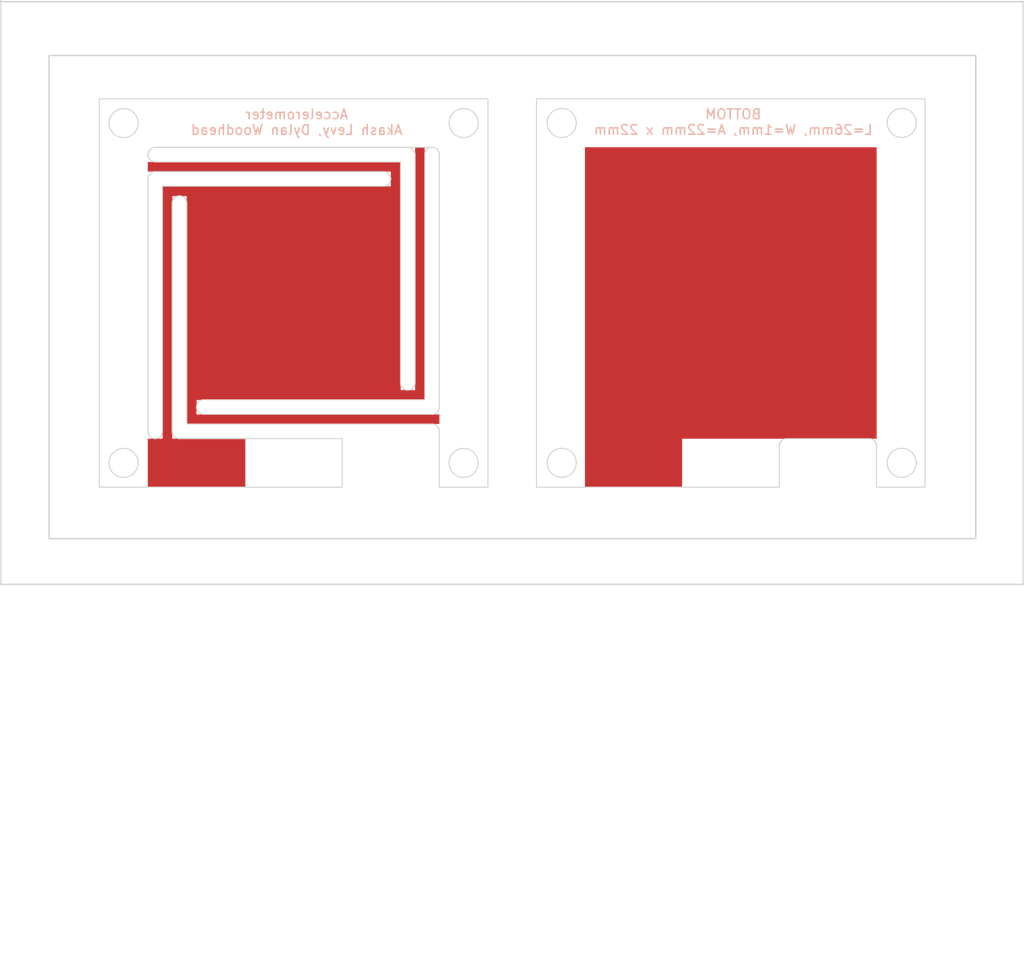
<source format=kicad_pcb>
(kicad_pcb (version 20171130) (host pcbnew "(5.1.4-0-10_14)")

  (general
    (thickness 1.6)
    (drawings 669)
    (tracks 0)
    (zones 0)
    (modules 2)
    (nets 1)
  )

  (page A4)
  (layers
    (0 F.Cu signal)
    (31 B.Cu signal)
    (32 B.Adhes user)
    (33 F.Adhes user)
    (34 B.Paste user)
    (35 F.Paste user)
    (36 B.SilkS user)
    (37 F.SilkS user)
    (38 B.Mask user)
    (39 F.Mask user)
    (40 Dwgs.User user)
    (41 Cmts.User user)
    (42 Eco1.User user)
    (43 Eco2.User user)
    (44 Edge.Cuts user)
    (45 Margin user)
    (46 B.CrtYd user)
    (47 F.CrtYd user)
    (48 B.Fab user)
    (49 F.Fab user)
  )

  (setup
    (last_trace_width 0.25)
    (trace_clearance 0.2)
    (zone_clearance 0.508)
    (zone_45_only no)
    (trace_min 0.2)
    (via_size 0.6)
    (via_drill 0.4)
    (via_min_size 0.4)
    (via_min_drill 0.3)
    (uvia_size 0.3)
    (uvia_drill 0.1)
    (uvias_allowed no)
    (uvia_min_size 0.2)
    (uvia_min_drill 0.1)
    (edge_width 0.15)
    (segment_width 0.2)
    (pcb_text_width 0.3)
    (pcb_text_size 1.5 1.5)
    (mod_edge_width 0.15)
    (mod_text_size 1 1)
    (mod_text_width 0.15)
    (pad_size 1.524 1.524)
    (pad_drill 0.762)
    (pad_to_mask_clearance 0.2)
    (aux_axis_origin 0 0)
    (visible_elements FFFFFF7F)
    (pcbplotparams
      (layerselection 0x010f0_80000001)
      (usegerberextensions false)
      (usegerberattributes false)
      (usegerberadvancedattributes false)
      (creategerberjobfile false)
      (excludeedgelayer true)
      (linewidth 0.100000)
      (plotframeref false)
      (viasonmask false)
      (mode 1)
      (useauxorigin false)
      (hpglpennumber 1)
      (hpglpenspeed 20)
      (hpglpendiameter 15.000000)
      (psnegative false)
      (psa4output false)
      (plotreference true)
      (plotvalue true)
      (plotinvisibletext false)
      (padsonsilk false)
      (subtractmaskfromsilk false)
      (outputformat 1)
      (mirror false)
      (drillshape 1)
      (scaleselection 1)
      (outputdirectory "gerbers/"))
  )

  (net 0 "")

  (net_class Default "This is the default net class."
    (clearance 0.2)
    (trace_width 0.25)
    (via_dia 0.6)
    (via_drill 0.4)
    (uvia_dia 0.3)
    (uvia_drill 0.1)
  )

  (module LOGO (layer F.Cu) (tedit 0) (tstamp 0)
    (at 0 0)
    (fp_text reference G*** (at 0 0) (layer F.SilkS) hide
      (effects (font (size 1.524 1.524) (thickness 0.3)))
    )
    (fp_text value LOGO (at 0.75 0) (layer F.SilkS) hide
      (effects (font (size 1.524 1.524) (thickness 0.3)))
    )
    (fp_poly (pts (xy -56.515 -59.012817) (xy -68.251917 -59.002159) (xy -79.988833 -58.9915) (xy -80.000394 -58.240083)
      (xy -80.011954 -57.488667) (xy -54.991 -57.488667) (xy -54.991 -56.515) (xy -80.983516 -56.515)
      (xy -80.994175 -68.251917) (xy -81.004833 -79.988833) (xy -82.4865 -79.988833) (xy -82.497154 -67.489917)
      (xy -82.507808 -54.991) (xy -74.972333 -54.991) (xy -74.972333 -49.995667) (xy -85.005333 -49.995667)
      (xy -85.005333 -54.991) (xy -83.481333 -54.991) (xy -83.481333 -80.983667) (xy -59.986333 -80.983667)
      (xy -59.986333 -82.507667) (xy -85.005333 -82.507667) (xy -85.005333 -83.481333) (xy -72.009075 -83.481334)
      (xy -59.012817 -83.481334) (xy -59.002159 -71.744417) (xy -58.9915 -60.0075) (xy -58.240083 -59.99594)
      (xy -57.488667 -59.98438) (xy -57.488667 -85.005333) (xy -56.515 -85.005333) (xy -56.515 -59.012817)) (layer F.Cu) (width 0.01))
    (fp_poly (pts (xy -9.990667 -54.991) (xy -30.014333 -54.991) (xy -30.014333 -49.995667) (xy -40.005 -49.995667)
      (xy -40.005 -85.005333) (xy -9.990667 -85.005333) (xy -9.990667 -54.991)) (layer F.Cu) (width 0.01))
  )

  (module LOGO (layer F.Cu) (tedit 0) (tstamp 0)
    (at 0 0)
    (fp_text reference G*** (at 0 0) (layer F.SilkS) hide
      (effects (font (size 1.524 1.524) (thickness 0.3)))
    )
    (fp_text value LOGO (at 0.75 0) (layer F.SilkS) hide
      (effects (font (size 1.524 1.524) (thickness 0.3)))
    )
    (fp_poly (pts (xy -56.515 -59.012817) (xy -68.251917 -59.002159) (xy -79.988833 -58.9915) (xy -80.000394 -58.240083)
      (xy -80.011954 -57.488667) (xy -54.991 -57.488667) (xy -54.991 -56.515) (xy -80.983516 -56.515)
      (xy -80.994175 -68.251917) (xy -81.004833 -79.988833) (xy -82.4865 -79.988833) (xy -82.497154 -67.489917)
      (xy -82.507808 -54.991) (xy -74.972333 -54.991) (xy -74.972333 -49.995667) (xy -85.005333 -49.995667)
      (xy -85.005333 -54.991) (xy -83.481333 -54.991) (xy -83.481333 -80.983667) (xy -59.986333 -80.983667)
      (xy -59.986333 -82.507667) (xy -85.005333 -82.507667) (xy -85.005333 -83.481333) (xy -72.009075 -83.481334)
      (xy -59.012817 -83.481334) (xy -59.002159 -71.744417) (xy -58.9915 -60.0075) (xy -58.240083 -59.99594)
      (xy -57.488667 -59.98438) (xy -57.488667 -85.005333) (xy -56.515 -85.005333) (xy -56.515 -59.012817)) (layer F.Mask) (width 0.01))
    (fp_poly (pts (xy -9.990667 -54.991) (xy -30.014333 -54.991) (xy -30.014333 -49.995667) (xy -40.005 -49.995667)
      (xy -40.005 -85.005333) (xy -9.990667 -85.005333) (xy -9.990667 -54.991)) (layer F.Mask) (width 0.01))
  )

  (gr_line (start -88.03 -57.02) (end -96.74 -57.02) (layer Eco1.User) (width 0.15))
  (gr_line (start -87.97 -77.96) (end -97.72 -77.96) (layer Eco1.User) (width 0.15))
  (gr_line (start -7.44 -57.72) (end 2.68 -57.72) (layer Eco1.User) (width 0.15))
  (gr_line (start -6.74 -77.11) (end 2.54 -77.11) (layer Eco1.User) (width 0.15))
  (gr_line (start -51.99 -76.97) (end -42.86 -76.97) (layer Eco1.User) (width 0.15))
  (gr_line (start -42.15 -57.72) (end -51.99 -57.72) (layer Eco1.User) (width 0.15))
  (gr_text "BOTTOM\nL=26mm, W=1mm, A=22mm x 22mm" (at -24.75 -87.61) (layer B.SilkS)
    (effects (font (size 1 1) (thickness 0.15)) (justify mirror))
  )
  (gr_line (start -95.17 -44.7) (end -95.17 -94.46) (layer Edge.Cuts) (width 0.15))
  (gr_line (start 0.22 -44.7) (end -95.17 -44.7) (layer Edge.Cuts) (width 0.15))
  (gr_line (start 0.22 -94.46) (end 0.22 -44.7) (layer Edge.Cuts) (width 0.15))
  (gr_line (start -94.93 -94.46) (end 0.22 -94.46) (layer Edge.Cuts) (width 0.15))
  (gr_line (start -100.15 -100.1) (end -100.15 -99.9) (layer Edge.Cuts) (width 0.15))
  (gr_line (start -100.15 -39.99) (end -100.15 -100.1) (layer Edge.Cuts) (width 0.15))
  (gr_line (start 5.11 -39.99) (end -100.15 -39.99) (layer Edge.Cuts) (width 0.15))
  (gr_line (start 5.11 -100) (end 5.11 -39.99) (layer Edge.Cuts) (width 0.15))
  (gr_line (start -100 -100) (end 5.11 -100) (layer Edge.Cuts) (width 0.15))
  (gr_text "Accelerometer\nAkash Levy, Dylan Woodhead\n" (at -69.68 -87.6) (layer B.SilkS)
    (effects (font (size 1 1) (thickness 0.15)) (justify mirror))
  )
  (gr_line (start -5.899998 -52.51) (end -5.899998 -52.51) (layer Edge.Cuts) (width 0.1) (tstamp 5DA09264))
  (gr_line (start -5.899998 -52.51) (end -5.899998 -52.51) (layer Edge.Cuts) (width 0.1) (tstamp 5DA09263))
  (gr_line (start -5.929086 -52.804002) (end -5.899998 -52.51) (layer Edge.Cuts) (width 0.1) (tstamp 5DA09262))
  (gr_line (start -6.014179 -53.084025) (end -5.929086 -52.804002) (layer Edge.Cuts) (width 0.1) (tstamp 5DA09261))
  (gr_line (start -6.152016 -53.342201) (end -6.014179 -53.084025) (layer Edge.Cuts) (width 0.1) (tstamp 5DA09260))
  (gr_line (start -6.339338 -53.57066) (end -6.152016 -53.342201) (layer Edge.Cuts) (width 0.1) (tstamp 5DA0925F))
  (gr_line (start -6.567797 -53.757982) (end -6.339338 -53.57066) (layer Edge.Cuts) (width 0.1) (tstamp 5DA0925E))
  (gr_line (start -6.825973 -53.895819) (end -6.567797 -53.757982) (layer Edge.Cuts) (width 0.1) (tstamp 5DA0925D))
  (gr_line (start -7.105996 -53.980912) (end -6.825973 -53.895819) (layer Edge.Cuts) (width 0.1) (tstamp 5DA0925C))
  (gr_line (start -7.399998 -54.01) (end -7.105996 -53.980912) (layer Edge.Cuts) (width 0.1) (tstamp 5DA0925B))
  (gr_line (start -7.694 -53.980912) (end -7.399998 -54.01) (layer Edge.Cuts) (width 0.1) (tstamp 5DA0925A))
  (gr_line (start -7.974023 -53.895819) (end -7.694 -53.980912) (layer Edge.Cuts) (width 0.1) (tstamp 5DA09259))
  (gr_line (start -8.232199 -53.757982) (end -7.974023 -53.895819) (layer Edge.Cuts) (width 0.1) (tstamp 5DA09258))
  (gr_line (start -8.460658 -53.57066) (end -8.232199 -53.757982) (layer Edge.Cuts) (width 0.1) (tstamp 5DA09257))
  (gr_line (start -8.64798 -53.342201) (end -8.460658 -53.57066) (layer Edge.Cuts) (width 0.1) (tstamp 5DA09256))
  (gr_line (start -8.785817 -53.084025) (end -8.64798 -53.342201) (layer Edge.Cuts) (width 0.1) (tstamp 5DA09255))
  (gr_line (start -8.87091 -52.804002) (end -8.785817 -53.084025) (layer Edge.Cuts) (width 0.1) (tstamp 5DA09254))
  (gr_line (start -8.899998 -52.51) (end -8.87091 -52.804002) (layer Edge.Cuts) (width 0.1) (tstamp 5DA09253))
  (gr_line (start -8.87091 -52.215998) (end -8.899998 -52.51) (layer Edge.Cuts) (width 0.1) (tstamp 5DA09252))
  (gr_line (start -8.785817 -51.935975) (end -8.87091 -52.215998) (layer Edge.Cuts) (width 0.1) (tstamp 5DA09251))
  (gr_line (start -8.64798 -51.677799) (end -8.785817 -51.935975) (layer Edge.Cuts) (width 0.1) (tstamp 5DA09250))
  (gr_line (start -8.460658 -51.44934) (end -8.64798 -51.677799) (layer Edge.Cuts) (width 0.1) (tstamp 5DA0924F))
  (gr_line (start -8.232199 -51.262018) (end -8.460658 -51.44934) (layer Edge.Cuts) (width 0.1) (tstamp 5DA0924E))
  (gr_line (start -7.974023 -51.124181) (end -8.232199 -51.262018) (layer Edge.Cuts) (width 0.1) (tstamp 5DA0924D))
  (gr_line (start -7.694 -51.039088) (end -7.974023 -51.124181) (layer Edge.Cuts) (width 0.1) (tstamp 5DA0924C))
  (gr_line (start -7.399998 -51.01) (end -7.694 -51.039088) (layer Edge.Cuts) (width 0.1) (tstamp 5DA0924B))
  (gr_line (start -7.105996 -51.039088) (end -7.399998 -51.01) (layer Edge.Cuts) (width 0.1) (tstamp 5DA0924A))
  (gr_line (start -6.825973 -51.124181) (end -7.105996 -51.039088) (layer Edge.Cuts) (width 0.1) (tstamp 5DA09249))
  (gr_line (start -6.567797 -51.262018) (end -6.825973 -51.124181) (layer Edge.Cuts) (width 0.1) (tstamp 5DA09248))
  (gr_line (start -6.339338 -51.44934) (end -6.567797 -51.262018) (layer Edge.Cuts) (width 0.1) (tstamp 5DA09247))
  (gr_line (start -6.152016 -51.677799) (end -6.339338 -51.44934) (layer Edge.Cuts) (width 0.1) (tstamp 5DA09246))
  (gr_line (start -6.014179 -51.935975) (end -6.152016 -51.677799) (layer Edge.Cuts) (width 0.1) (tstamp 5DA09245))
  (gr_line (start -5.929086 -52.215998) (end -6.014179 -51.935975) (layer Edge.Cuts) (width 0.1) (tstamp 5DA09244))
  (gr_line (start -5.899998 -52.51) (end -5.929086 -52.215998) (layer Edge.Cuts) (width 0.1) (tstamp 5DA09243))
  (gr_line (start -5.899998 -87.51) (end -5.899998 -87.51) (layer Edge.Cuts) (width 0.1) (tstamp 5DA09242))
  (gr_line (start -5.899998 -87.51) (end -5.899998 -87.51) (layer Edge.Cuts) (width 0.1) (tstamp 5DA09241))
  (gr_line (start -5.929086 -87.804002) (end -5.899998 -87.51) (layer Edge.Cuts) (width 0.1) (tstamp 5DA09240))
  (gr_line (start -6.014179 -88.084025) (end -5.929086 -87.804002) (layer Edge.Cuts) (width 0.1) (tstamp 5DA0923F))
  (gr_line (start -6.152016 -88.342201) (end -6.014179 -88.084025) (layer Edge.Cuts) (width 0.1) (tstamp 5DA0923E))
  (gr_line (start -6.339338 -88.57066) (end -6.152016 -88.342201) (layer Edge.Cuts) (width 0.1) (tstamp 5DA0923D))
  (gr_line (start -6.567797 -88.757982) (end -6.339338 -88.57066) (layer Edge.Cuts) (width 0.1) (tstamp 5DA0923C))
  (gr_line (start -6.825973 -88.895819) (end -6.567797 -88.757982) (layer Edge.Cuts) (width 0.1) (tstamp 5DA0923B))
  (gr_line (start -7.105996 -88.980912) (end -6.825973 -88.895819) (layer Edge.Cuts) (width 0.1) (tstamp 5DA0923A))
  (gr_line (start -7.399998 -89.01) (end -7.105996 -88.980912) (layer Edge.Cuts) (width 0.1) (tstamp 5DA09239))
  (gr_line (start -7.694 -88.980912) (end -7.399998 -89.01) (layer Edge.Cuts) (width 0.1) (tstamp 5DA09238))
  (gr_line (start -7.974023 -88.895819) (end -7.694 -88.980912) (layer Edge.Cuts) (width 0.1) (tstamp 5DA09237))
  (gr_line (start -8.232199 -88.757982) (end -7.974023 -88.895819) (layer Edge.Cuts) (width 0.1) (tstamp 5DA09236))
  (gr_line (start -8.460658 -88.57066) (end -8.232199 -88.757982) (layer Edge.Cuts) (width 0.1) (tstamp 5DA09235))
  (gr_line (start -8.64798 -88.342201) (end -8.460658 -88.57066) (layer Edge.Cuts) (width 0.1) (tstamp 5DA09234))
  (gr_line (start -8.785817 -88.084025) (end -8.64798 -88.342201) (layer Edge.Cuts) (width 0.1) (tstamp 5DA09233))
  (gr_line (start -8.87091 -87.804002) (end -8.785817 -88.084025) (layer Edge.Cuts) (width 0.1) (tstamp 5DA09232))
  (gr_line (start -8.899998 -87.51) (end -8.87091 -87.804002) (layer Edge.Cuts) (width 0.1) (tstamp 5DA09231))
  (gr_line (start -8.87091 -87.215998) (end -8.899998 -87.51) (layer Edge.Cuts) (width 0.1) (tstamp 5DA09230))
  (gr_line (start -8.785817 -86.935975) (end -8.87091 -87.215998) (layer Edge.Cuts) (width 0.1) (tstamp 5DA0922F))
  (gr_line (start -8.64798 -86.677799) (end -8.785817 -86.935975) (layer Edge.Cuts) (width 0.1) (tstamp 5DA0922E))
  (gr_line (start -8.460658 -86.44934) (end -8.64798 -86.677799) (layer Edge.Cuts) (width 0.1) (tstamp 5DA0922D))
  (gr_line (start -8.232199 -86.262018) (end -8.460658 -86.44934) (layer Edge.Cuts) (width 0.1) (tstamp 5DA0922C))
  (gr_line (start -7.974023 -86.124181) (end -8.232199 -86.262018) (layer Edge.Cuts) (width 0.1) (tstamp 5DA0922B))
  (gr_line (start -7.694 -86.039088) (end -7.974023 -86.124181) (layer Edge.Cuts) (width 0.1) (tstamp 5DA0922A))
  (gr_line (start -7.399998 -86.01) (end -7.694 -86.039088) (layer Edge.Cuts) (width 0.1) (tstamp 5DA09229))
  (gr_line (start -7.105996 -86.039088) (end -7.399998 -86.01) (layer Edge.Cuts) (width 0.1) (tstamp 5DA09228))
  (gr_line (start -6.825973 -86.124181) (end -7.105996 -86.039088) (layer Edge.Cuts) (width 0.1) (tstamp 5DA09227))
  (gr_line (start -6.567797 -86.262018) (end -6.825973 -86.124181) (layer Edge.Cuts) (width 0.1) (tstamp 5DA09226))
  (gr_line (start -6.339338 -86.44934) (end -6.567797 -86.262018) (layer Edge.Cuts) (width 0.1) (tstamp 5DA09225))
  (gr_line (start -6.152016 -86.677799) (end -6.339338 -86.44934) (layer Edge.Cuts) (width 0.1) (tstamp 5DA09224))
  (gr_line (start -6.014179 -86.935975) (end -6.152016 -86.677799) (layer Edge.Cuts) (width 0.1) (tstamp 5DA09223))
  (gr_line (start -5.929086 -87.215998) (end -6.014179 -86.935975) (layer Edge.Cuts) (width 0.1) (tstamp 5DA09222))
  (gr_line (start -5.899998 -87.51) (end -5.929086 -87.215998) (layer Edge.Cuts) (width 0.1) (tstamp 5DA09221))
  (gr_line (start -40.9 -52.51) (end -40.9 -52.51) (layer Edge.Cuts) (width 0.1) (tstamp 5DA09220))
  (gr_line (start -40.9 -52.51) (end -40.9 -52.51) (layer Edge.Cuts) (width 0.1) (tstamp 5DA0921F))
  (gr_line (start -40.929088 -52.804002) (end -40.9 -52.51) (layer Edge.Cuts) (width 0.1) (tstamp 5DA0921E))
  (gr_line (start -41.014181 -53.084025) (end -40.929088 -52.804002) (layer Edge.Cuts) (width 0.1) (tstamp 5DA0921D))
  (gr_line (start -41.152018 -53.342201) (end -41.014181 -53.084025) (layer Edge.Cuts) (width 0.1) (tstamp 5DA0921C))
  (gr_line (start -41.33934 -53.57066) (end -41.152018 -53.342201) (layer Edge.Cuts) (width 0.1) (tstamp 5DA0921B))
  (gr_line (start -41.567799 -53.757982) (end -41.33934 -53.57066) (layer Edge.Cuts) (width 0.1) (tstamp 5DA0921A))
  (gr_line (start -41.825975 -53.895819) (end -41.567799 -53.757982) (layer Edge.Cuts) (width 0.1) (tstamp 5DA09219))
  (gr_line (start -42.105998 -53.980912) (end -41.825975 -53.895819) (layer Edge.Cuts) (width 0.1) (tstamp 5DA09218))
  (gr_line (start -42.4 -54.01) (end -42.105998 -53.980912) (layer Edge.Cuts) (width 0.1) (tstamp 5DA09217))
  (gr_line (start -42.694002 -53.980912) (end -42.4 -54.01) (layer Edge.Cuts) (width 0.1) (tstamp 5DA09216))
  (gr_line (start -42.974025 -53.895819) (end -42.694002 -53.980912) (layer Edge.Cuts) (width 0.1) (tstamp 5DA09215))
  (gr_line (start -43.232201 -53.757982) (end -42.974025 -53.895819) (layer Edge.Cuts) (width 0.1) (tstamp 5DA09214))
  (gr_line (start -43.46066 -53.57066) (end -43.232201 -53.757982) (layer Edge.Cuts) (width 0.1) (tstamp 5DA09213))
  (gr_line (start -43.647982 -53.342201) (end -43.46066 -53.57066) (layer Edge.Cuts) (width 0.1) (tstamp 5DA09212))
  (gr_line (start -43.785819 -53.084025) (end -43.647982 -53.342201) (layer Edge.Cuts) (width 0.1) (tstamp 5DA09211))
  (gr_line (start -43.870912 -52.804002) (end -43.785819 -53.084025) (layer Edge.Cuts) (width 0.1) (tstamp 5DA09210))
  (gr_line (start -43.9 -52.51) (end -43.870912 -52.804002) (layer Edge.Cuts) (width 0.1) (tstamp 5DA0920F))
  (gr_line (start -43.870912 -52.215998) (end -43.9 -52.51) (layer Edge.Cuts) (width 0.1) (tstamp 5DA0920E))
  (gr_line (start -43.785819 -51.935975) (end -43.870912 -52.215998) (layer Edge.Cuts) (width 0.1) (tstamp 5DA0920D))
  (gr_line (start -43.647982 -51.677799) (end -43.785819 -51.935975) (layer Edge.Cuts) (width 0.1) (tstamp 5DA0920C))
  (gr_line (start -43.46066 -51.44934) (end -43.647982 -51.677799) (layer Edge.Cuts) (width 0.1) (tstamp 5DA0920B))
  (gr_line (start -43.232201 -51.262018) (end -43.46066 -51.44934) (layer Edge.Cuts) (width 0.1) (tstamp 5DA0920A))
  (gr_line (start -42.974025 -51.124181) (end -43.232201 -51.262018) (layer Edge.Cuts) (width 0.1) (tstamp 5DA09209))
  (gr_line (start -42.694002 -51.039088) (end -42.974025 -51.124181) (layer Edge.Cuts) (width 0.1) (tstamp 5DA09208))
  (gr_line (start -42.4 -51.01) (end -42.694002 -51.039088) (layer Edge.Cuts) (width 0.1) (tstamp 5DA09207))
  (gr_line (start -42.105998 -51.039088) (end -42.4 -51.01) (layer Edge.Cuts) (width 0.1) (tstamp 5DA09206))
  (gr_line (start -41.825975 -51.124181) (end -42.105998 -51.039088) (layer Edge.Cuts) (width 0.1) (tstamp 5DA09205))
  (gr_line (start -41.567799 -51.262018) (end -41.825975 -51.124181) (layer Edge.Cuts) (width 0.1) (tstamp 5DA09204))
  (gr_line (start -41.33934 -51.44934) (end -41.567799 -51.262018) (layer Edge.Cuts) (width 0.1) (tstamp 5DA09203))
  (gr_line (start -41.152018 -51.677799) (end -41.33934 -51.44934) (layer Edge.Cuts) (width 0.1) (tstamp 5DA09202))
  (gr_line (start -41.014181 -51.935975) (end -41.152018 -51.677799) (layer Edge.Cuts) (width 0.1) (tstamp 5DA09201))
  (gr_line (start -40.929088 -52.215998) (end -41.014181 -51.935975) (layer Edge.Cuts) (width 0.1) (tstamp 5DA09200))
  (gr_line (start -40.9 -52.51) (end -40.929088 -52.215998) (layer Edge.Cuts) (width 0.1) (tstamp 5DA091FF))
  (gr_line (start -40.9 -87.51) (end -40.9 -87.51) (layer Edge.Cuts) (width 0.1) (tstamp 5DA091FE))
  (gr_line (start -40.9 -87.51) (end -40.9 -87.51) (layer Edge.Cuts) (width 0.1) (tstamp 5DA091FD))
  (gr_line (start -40.929088 -87.804002) (end -40.9 -87.51) (layer Edge.Cuts) (width 0.1) (tstamp 5DA091FC))
  (gr_line (start -41.014181 -88.084025) (end -40.929088 -87.804002) (layer Edge.Cuts) (width 0.1) (tstamp 5DA091FB))
  (gr_line (start -41.152018 -88.342201) (end -41.014181 -88.084025) (layer Edge.Cuts) (width 0.1) (tstamp 5DA091FA))
  (gr_line (start -41.33934 -88.57066) (end -41.152018 -88.342201) (layer Edge.Cuts) (width 0.1) (tstamp 5DA091F9))
  (gr_line (start -41.567799 -88.757982) (end -41.33934 -88.57066) (layer Edge.Cuts) (width 0.1) (tstamp 5DA091F8))
  (gr_line (start -41.825975 -88.895819) (end -41.567799 -88.757982) (layer Edge.Cuts) (width 0.1) (tstamp 5DA091F7))
  (gr_line (start -42.105998 -88.980912) (end -41.825975 -88.895819) (layer Edge.Cuts) (width 0.1) (tstamp 5DA091F6))
  (gr_line (start -42.4 -89.01) (end -42.105998 -88.980912) (layer Edge.Cuts) (width 0.1) (tstamp 5DA091F5))
  (gr_line (start -42.694002 -88.980912) (end -42.4 -89.01) (layer Edge.Cuts) (width 0.1) (tstamp 5DA091F4))
  (gr_line (start -42.974025 -88.895819) (end -42.694002 -88.980912) (layer Edge.Cuts) (width 0.1) (tstamp 5DA091F3))
  (gr_line (start -43.232201 -88.757982) (end -42.974025 -88.895819) (layer Edge.Cuts) (width 0.1) (tstamp 5DA091F2))
  (gr_line (start -43.46066 -88.57066) (end -43.232201 -88.757982) (layer Edge.Cuts) (width 0.1) (tstamp 5DA091F1))
  (gr_line (start -43.647982 -88.342201) (end -43.46066 -88.57066) (layer Edge.Cuts) (width 0.1) (tstamp 5DA091F0))
  (gr_line (start -43.785819 -88.084025) (end -43.647982 -88.342201) (layer Edge.Cuts) (width 0.1) (tstamp 5DA091EF))
  (gr_line (start -43.870912 -87.804002) (end -43.785819 -88.084025) (layer Edge.Cuts) (width 0.1) (tstamp 5DA091EE))
  (gr_line (start -43.9 -87.51) (end -43.870912 -87.804002) (layer Edge.Cuts) (width 0.1) (tstamp 5DA091ED))
  (gr_line (start -43.870912 -87.215998) (end -43.9 -87.51) (layer Edge.Cuts) (width 0.1) (tstamp 5DA091EC))
  (gr_line (start -43.785819 -86.935975) (end -43.870912 -87.215998) (layer Edge.Cuts) (width 0.1) (tstamp 5DA091EB))
  (gr_line (start -43.647982 -86.677799) (end -43.785819 -86.935975) (layer Edge.Cuts) (width 0.1) (tstamp 5DA091EA))
  (gr_line (start -43.46066 -86.44934) (end -43.647982 -86.677799) (layer Edge.Cuts) (width 0.1) (tstamp 5DA091E9))
  (gr_line (start -43.232201 -86.262018) (end -43.46066 -86.44934) (layer Edge.Cuts) (width 0.1) (tstamp 5DA091E8))
  (gr_line (start -42.974025 -86.124181) (end -43.232201 -86.262018) (layer Edge.Cuts) (width 0.1) (tstamp 5DA091E7))
  (gr_line (start -42.694002 -86.039088) (end -42.974025 -86.124181) (layer Edge.Cuts) (width 0.1) (tstamp 5DA091E6))
  (gr_line (start -42.4 -86.01) (end -42.694002 -86.039088) (layer Edge.Cuts) (width 0.1) (tstamp 5DA091E5))
  (gr_line (start -42.105998 -86.039088) (end -42.4 -86.01) (layer Edge.Cuts) (width 0.1) (tstamp 5DA091E4))
  (gr_line (start -41.825975 -86.124181) (end -42.105998 -86.039088) (layer Edge.Cuts) (width 0.1) (tstamp 5DA091E3))
  (gr_line (start -41.567799 -86.262018) (end -41.825975 -86.124181) (layer Edge.Cuts) (width 0.1) (tstamp 5DA091E2))
  (gr_line (start -40.9 -87.51) (end -40.929088 -87.215998) (layer Edge.Cuts) (width 0.1) (tstamp 5DA091E1))
  (gr_line (start -41.014181 -86.935975) (end -41.152018 -86.677799) (layer Edge.Cuts) (width 0.1) (tstamp 5DA091E0))
  (gr_line (start -41.33934 -86.44934) (end -41.567799 -86.262018) (layer Edge.Cuts) (width 0.1) (tstamp 5DA091DF))
  (gr_line (start -40.929088 -87.215998) (end -41.014181 -86.935975) (layer Edge.Cuts) (width 0.1) (tstamp 5DA091DE))
  (gr_line (start -41.152018 -86.677799) (end -41.33934 -86.44934) (layer Edge.Cuts) (width 0.1) (tstamp 5DA091DD))
  (gr_line (start -84.250057 -85.000399) (end -55.749989 -85.000399) (layer Edge.Cuts) (width 0.1))
  (gr_line (start -85.999907 -87.5) (end -86.028995 -87.205998) (layer Edge.Cuts) (width 0.1))
  (gr_line (start -86.028995 -87.205998) (end -86.114088 -86.925975) (layer Edge.Cuts) (width 0.1))
  (gr_line (start -86.114088 -86.925975) (end -86.251925 -86.667799) (layer Edge.Cuts) (width 0.1))
  (gr_line (start -86.251925 -86.667799) (end -86.439247 -86.43934) (layer Edge.Cuts) (width 0.1))
  (gr_line (start -86.439247 -86.43934) (end -86.667706 -86.252018) (layer Edge.Cuts) (width 0.1))
  (gr_line (start -86.667706 -86.252018) (end -86.925882 -86.114181) (layer Edge.Cuts) (width 0.1))
  (gr_line (start -86.925882 -86.114181) (end -87.205905 -86.029088) (layer Edge.Cuts) (width 0.1))
  (gr_line (start -87.205905 -86.029088) (end -87.499907 -86) (layer Edge.Cuts) (width 0.1))
  (gr_line (start -87.499907 -86) (end -87.793909 -86.029088) (layer Edge.Cuts) (width 0.1))
  (gr_line (start -87.793909 -86.029088) (end -88.073932 -86.114181) (layer Edge.Cuts) (width 0.1))
  (gr_line (start -88.073932 -86.114181) (end -88.332108 -86.252018) (layer Edge.Cuts) (width 0.1))
  (gr_line (start -88.332108 -86.252018) (end -88.560567 -86.43934) (layer Edge.Cuts) (width 0.1))
  (gr_line (start -88.560567 -86.43934) (end -88.747889 -86.667799) (layer Edge.Cuts) (width 0.1))
  (gr_line (start -88.747889 -86.667799) (end -88.885726 -86.925975) (layer Edge.Cuts) (width 0.1))
  (gr_line (start -88.885726 -86.925975) (end -88.970819 -87.205998) (layer Edge.Cuts) (width 0.1))
  (gr_line (start -88.970819 -87.205998) (end -88.999907 -87.5) (layer Edge.Cuts) (width 0.1))
  (gr_line (start -88.999907 -87.5) (end -88.970819 -87.794002) (layer Edge.Cuts) (width 0.1))
  (gr_line (start -88.970819 -87.794002) (end -88.885726 -88.074025) (layer Edge.Cuts) (width 0.1))
  (gr_line (start -88.885726 -88.074025) (end -88.747889 -88.332201) (layer Edge.Cuts) (width 0.1))
  (gr_line (start -88.747889 -88.332201) (end -88.560567 -88.56066) (layer Edge.Cuts) (width 0.1))
  (gr_line (start -88.560567 -88.56066) (end -88.332108 -88.747982) (layer Edge.Cuts) (width 0.1))
  (gr_line (start -88.332108 -88.747982) (end -88.073932 -88.885819) (layer Edge.Cuts) (width 0.1))
  (gr_line (start -88.073932 -88.885819) (end -87.793909 -88.970912) (layer Edge.Cuts) (width 0.1))
  (gr_line (start -87.793909 -88.970912) (end -87.499907 -89) (layer Edge.Cuts) (width 0.1))
  (gr_line (start -87.499907 -89) (end -87.205905 -88.970912) (layer Edge.Cuts) (width 0.1))
  (gr_line (start -87.205905 -88.970912) (end -86.925882 -88.885819) (layer Edge.Cuts) (width 0.1))
  (gr_line (start -86.925882 -88.885819) (end -86.667706 -88.747982) (layer Edge.Cuts) (width 0.1))
  (gr_line (start -86.667706 -88.747982) (end -86.439247 -88.56066) (layer Edge.Cuts) (width 0.1))
  (gr_line (start -86.439247 -88.56066) (end -86.251925 -88.332201) (layer Edge.Cuts) (width 0.1))
  (gr_line (start -86.251925 -88.332201) (end -86.114088 -88.074025) (layer Edge.Cuts) (width 0.1))
  (gr_line (start -86.114088 -88.074025) (end -86.028995 -87.794002) (layer Edge.Cuts) (width 0.1))
  (gr_line (start -86.028995 -87.794002) (end -85.999907 -87.5) (layer Edge.Cuts) (width 0.1))
  (gr_line (start -85.999907 -87.5) (end -85.999907 -87.5) (layer Edge.Cuts) (width 0.1))
  (gr_line (start -85.999907 -87.5) (end -85.999907 -87.5) (layer Edge.Cuts) (width 0.1))
  (gr_line (start -85.999907 -52.5) (end -86.028995 -52.205998) (layer Edge.Cuts) (width 0.1))
  (gr_line (start -86.028995 -52.205998) (end -86.114088 -51.925975) (layer Edge.Cuts) (width 0.1))
  (gr_line (start -86.114088 -51.925975) (end -86.251925 -51.667799) (layer Edge.Cuts) (width 0.1))
  (gr_line (start -86.251925 -51.667799) (end -86.439247 -51.43934) (layer Edge.Cuts) (width 0.1))
  (gr_line (start -86.439247 -51.43934) (end -86.667706 -51.252018) (layer Edge.Cuts) (width 0.1))
  (gr_line (start -86.667706 -51.252018) (end -86.925882 -51.114181) (layer Edge.Cuts) (width 0.1))
  (gr_line (start -86.925882 -51.114181) (end -87.205905 -51.029088) (layer Edge.Cuts) (width 0.1))
  (gr_line (start -87.205905 -51.029088) (end -87.499907 -51) (layer Edge.Cuts) (width 0.1))
  (gr_line (start -87.499907 -51) (end -87.793909 -51.029088) (layer Edge.Cuts) (width 0.1))
  (gr_line (start -87.793909 -51.029088) (end -88.073932 -51.114181) (layer Edge.Cuts) (width 0.1))
  (gr_line (start -88.073932 -51.114181) (end -88.332108 -51.252018) (layer Edge.Cuts) (width 0.1))
  (gr_line (start -88.332108 -51.252018) (end -88.560567 -51.43934) (layer Edge.Cuts) (width 0.1))
  (gr_line (start -88.560567 -51.43934) (end -88.747889 -51.667799) (layer Edge.Cuts) (width 0.1))
  (gr_line (start -88.747889 -51.667799) (end -88.885726 -51.925975) (layer Edge.Cuts) (width 0.1))
  (gr_line (start -88.885726 -51.925975) (end -88.970819 -52.205998) (layer Edge.Cuts) (width 0.1))
  (gr_line (start -88.970819 -52.205998) (end -88.999907 -52.5) (layer Edge.Cuts) (width 0.1))
  (gr_line (start -88.999907 -52.5) (end -88.970819 -52.794002) (layer Edge.Cuts) (width 0.1))
  (gr_line (start -88.970819 -52.794002) (end -88.885726 -53.074025) (layer Edge.Cuts) (width 0.1))
  (gr_line (start -88.885726 -53.074025) (end -88.747889 -53.332201) (layer Edge.Cuts) (width 0.1))
  (gr_line (start -88.747889 -53.332201) (end -88.560567 -53.56066) (layer Edge.Cuts) (width 0.1))
  (gr_line (start -88.560567 -53.56066) (end -88.332108 -53.747982) (layer Edge.Cuts) (width 0.1))
  (gr_line (start -88.332108 -53.747982) (end -88.073932 -53.885819) (layer Edge.Cuts) (width 0.1))
  (gr_line (start -88.073932 -53.885819) (end -87.793909 -53.970912) (layer Edge.Cuts) (width 0.1))
  (gr_line (start -87.793909 -53.970912) (end -87.499907 -54) (layer Edge.Cuts) (width 0.1))
  (gr_line (start -87.499907 -54) (end -87.205905 -53.970912) (layer Edge.Cuts) (width 0.1))
  (gr_line (start -87.205905 -53.970912) (end -86.925882 -53.885819) (layer Edge.Cuts) (width 0.1))
  (gr_line (start -86.925882 -53.885819) (end -86.667706 -53.747982) (layer Edge.Cuts) (width 0.1))
  (gr_line (start -86.667706 -53.747982) (end -86.439247 -53.56066) (layer Edge.Cuts) (width 0.1))
  (gr_line (start -86.439247 -53.56066) (end -86.251925 -53.332201) (layer Edge.Cuts) (width 0.1))
  (gr_line (start -86.251925 -53.332201) (end -86.114088 -53.074025) (layer Edge.Cuts) (width 0.1))
  (gr_line (start -86.114088 -53.074025) (end -86.028995 -52.794002) (layer Edge.Cuts) (width 0.1))
  (gr_line (start -86.028995 -52.794002) (end -85.999907 -52.5) (layer Edge.Cuts) (width 0.1))
  (gr_line (start -85.999907 -52.5) (end -85.999907 -52.5) (layer Edge.Cuts) (width 0.1))
  (gr_line (start -85.999907 -52.5) (end -85.999907 -52.5) (layer Edge.Cuts) (width 0.1))
  (gr_line (start -50.999905 -87.5) (end -51.028993 -87.205998) (layer Edge.Cuts) (width 0.1))
  (gr_line (start -51.028993 -87.205998) (end -51.114086 -86.925975) (layer Edge.Cuts) (width 0.1))
  (gr_line (start -51.114086 -86.925975) (end -51.251923 -86.667799) (layer Edge.Cuts) (width 0.1))
  (gr_line (start -51.251923 -86.667799) (end -51.439245 -86.43934) (layer Edge.Cuts) (width 0.1))
  (gr_line (start -51.439245 -86.43934) (end -51.667704 -86.252018) (layer Edge.Cuts) (width 0.1))
  (gr_line (start -51.667704 -86.252018) (end -51.92588 -86.114181) (layer Edge.Cuts) (width 0.1))
  (gr_line (start -51.92588 -86.114181) (end -52.205903 -86.029088) (layer Edge.Cuts) (width 0.1))
  (gr_line (start -52.205903 -86.029088) (end -52.499905 -86) (layer Edge.Cuts) (width 0.1))
  (gr_line (start -52.499905 -86) (end -52.793907 -86.029088) (layer Edge.Cuts) (width 0.1))
  (gr_line (start -52.793907 -86.029088) (end -53.07393 -86.114181) (layer Edge.Cuts) (width 0.1))
  (gr_line (start -53.07393 -86.114181) (end -53.332106 -86.252018) (layer Edge.Cuts) (width 0.1))
  (gr_line (start -53.332106 -86.252018) (end -53.560565 -86.43934) (layer Edge.Cuts) (width 0.1))
  (gr_line (start -53.560565 -86.43934) (end -53.747887 -86.667799) (layer Edge.Cuts) (width 0.1))
  (gr_line (start -53.747887 -86.667799) (end -53.885724 -86.925975) (layer Edge.Cuts) (width 0.1))
  (gr_line (start -53.885724 -86.925975) (end -53.970817 -87.205998) (layer Edge.Cuts) (width 0.1))
  (gr_line (start -53.970817 -87.205998) (end -53.999905 -87.5) (layer Edge.Cuts) (width 0.1))
  (gr_line (start -53.999905 -87.5) (end -53.970817 -87.794002) (layer Edge.Cuts) (width 0.1))
  (gr_line (start -53.970817 -87.794002) (end -53.885724 -88.074025) (layer Edge.Cuts) (width 0.1))
  (gr_line (start -53.885724 -88.074025) (end -53.747887 -88.332201) (layer Edge.Cuts) (width 0.1))
  (gr_line (start -53.747887 -88.332201) (end -53.560565 -88.56066) (layer Edge.Cuts) (width 0.1))
  (gr_line (start -53.560565 -88.56066) (end -53.332106 -88.747982) (layer Edge.Cuts) (width 0.1))
  (gr_line (start -53.332106 -88.747982) (end -53.07393 -88.885819) (layer Edge.Cuts) (width 0.1))
  (gr_line (start -53.07393 -88.885819) (end -52.793907 -88.970912) (layer Edge.Cuts) (width 0.1))
  (gr_line (start -52.793907 -88.970912) (end -52.499905 -89) (layer Edge.Cuts) (width 0.1))
  (gr_line (start -52.499905 -89) (end -52.205903 -88.970912) (layer Edge.Cuts) (width 0.1))
  (gr_line (start -52.205903 -88.970912) (end -51.92588 -88.885819) (layer Edge.Cuts) (width 0.1))
  (gr_line (start -51.92588 -88.885819) (end -51.667704 -88.747982) (layer Edge.Cuts) (width 0.1))
  (gr_line (start -51.667704 -88.747982) (end -51.439245 -88.56066) (layer Edge.Cuts) (width 0.1))
  (gr_line (start -51.439245 -88.56066) (end -51.251923 -88.332201) (layer Edge.Cuts) (width 0.1))
  (gr_line (start -51.251923 -88.332201) (end -51.114086 -88.074025) (layer Edge.Cuts) (width 0.1))
  (gr_line (start -51.114086 -88.074025) (end -51.028993 -87.794002) (layer Edge.Cuts) (width 0.1))
  (gr_line (start -51.028993 -87.794002) (end -50.999905 -87.5) (layer Edge.Cuts) (width 0.1))
  (gr_line (start -50.999905 -87.5) (end -50.999905 -87.5) (layer Edge.Cuts) (width 0.1))
  (gr_line (start -50.999905 -87.5) (end -50.999905 -87.5) (layer Edge.Cuts) (width 0.1))
  (gr_line (start -50.999905 -52.5) (end -51.028993 -52.205998) (layer Edge.Cuts) (width 0.1))
  (gr_line (start -51.028993 -52.205998) (end -51.114086 -51.925975) (layer Edge.Cuts) (width 0.1))
  (gr_line (start -51.114086 -51.925975) (end -51.251923 -51.667799) (layer Edge.Cuts) (width 0.1))
  (gr_line (start -51.251923 -51.667799) (end -51.439245 -51.43934) (layer Edge.Cuts) (width 0.1))
  (gr_line (start -51.439245 -51.43934) (end -51.667704 -51.252018) (layer Edge.Cuts) (width 0.1))
  (gr_line (start -51.667704 -51.252018) (end -51.92588 -51.114181) (layer Edge.Cuts) (width 0.1))
  (gr_line (start -51.92588 -51.114181) (end -52.205903 -51.029088) (layer Edge.Cuts) (width 0.1))
  (gr_line (start -52.205903 -51.029088) (end -52.499905 -51) (layer Edge.Cuts) (width 0.1))
  (gr_line (start -52.499905 -51) (end -52.793907 -51.029088) (layer Edge.Cuts) (width 0.1))
  (gr_line (start -52.793907 -51.029088) (end -53.07393 -51.114181) (layer Edge.Cuts) (width 0.1))
  (gr_line (start -53.07393 -51.114181) (end -53.332106 -51.252018) (layer Edge.Cuts) (width 0.1))
  (gr_line (start -53.332106 -51.252018) (end -53.560565 -51.43934) (layer Edge.Cuts) (width 0.1))
  (gr_line (start -53.560565 -51.43934) (end -53.747887 -51.667799) (layer Edge.Cuts) (width 0.1))
  (gr_line (start -53.747887 -51.667799) (end -53.885724 -51.925975) (layer Edge.Cuts) (width 0.1))
  (gr_line (start -53.885724 -51.925975) (end -53.970817 -52.205998) (layer Edge.Cuts) (width 0.1))
  (gr_line (start -53.970817 -52.205998) (end -53.999905 -52.5) (layer Edge.Cuts) (width 0.1))
  (gr_line (start -53.999905 -52.5) (end -53.970817 -52.794002) (layer Edge.Cuts) (width 0.1))
  (gr_line (start -53.970817 -52.794002) (end -53.885724 -53.074025) (layer Edge.Cuts) (width 0.1))
  (gr_line (start -53.885724 -53.074025) (end -53.747887 -53.332201) (layer Edge.Cuts) (width 0.1))
  (gr_line (start -53.747887 -53.332201) (end -53.560565 -53.56066) (layer Edge.Cuts) (width 0.1))
  (gr_line (start -53.560565 -53.56066) (end -53.332106 -53.747982) (layer Edge.Cuts) (width 0.1))
  (gr_line (start -53.332106 -53.747982) (end -53.07393 -53.885819) (layer Edge.Cuts) (width 0.1))
  (gr_line (start -53.07393 -53.885819) (end -52.793907 -53.970912) (layer Edge.Cuts) (width 0.1))
  (gr_line (start -52.793907 -53.970912) (end -52.499905 -54) (layer Edge.Cuts) (width 0.1))
  (gr_line (start -52.499905 -54) (end -52.205903 -53.970912) (layer Edge.Cuts) (width 0.1))
  (gr_line (start -52.205903 -53.970912) (end -51.92588 -53.885819) (layer Edge.Cuts) (width 0.1))
  (gr_line (start -51.92588 -53.885819) (end -51.667704 -53.747982) (layer Edge.Cuts) (width 0.1))
  (gr_line (start -51.667704 -53.747982) (end -51.439245 -53.56066) (layer Edge.Cuts) (width 0.1))
  (gr_line (start -51.439245 -53.56066) (end -51.251923 -53.332201) (layer Edge.Cuts) (width 0.1))
  (gr_line (start -51.251923 -53.332201) (end -51.114086 -53.074025) (layer Edge.Cuts) (width 0.1))
  (gr_line (start -51.114086 -53.074025) (end -51.028993 -52.794002) (layer Edge.Cuts) (width 0.1))
  (gr_line (start -51.028993 -52.794002) (end -50.999905 -52.5) (layer Edge.Cuts) (width 0.1))
  (gr_line (start -50.999905 -52.5) (end -50.999905 -52.5) (layer Edge.Cuts) (width 0.1))
  (gr_line (start -50.999905 -52.5) (end -50.999905 -52.5) (layer Edge.Cuts) (width 0.1))
  (gr_line (start -90.000094 -90.000094) (end -90.000094 -49.999952) (layer Edge.Cuts) (width 0.1))
  (gr_line (start -90.000094 -49.999952) (end -65.00007 -49.999952) (layer Edge.Cuts) (width 0.1))
  (gr_line (start -65.00007 -49.999952) (end -65.00007 -50.681048) (layer Edge.Cuts) (width 0.1))
  (gr_line (start -65.00007 -50.681048) (end -65.00007 -52.249943) (layer Edge.Cuts) (width 0.1))
  (gr_line (start -65.00007 -52.249943) (end -65.00007 -55.000165) (layer Edge.Cuts) (width 0.1))
  (gr_line (start -65.00007 -55.000165) (end -81.749952 -55.000165) (layer Edge.Cuts) (width 0.1))
  (gr_line (start -81.749952 -55.000165) (end -81.82685 -55.004021) (layer Edge.Cuts) (width 0.1))
  (gr_line (start -81.82685 -55.004021) (end -81.901487 -55.015342) (layer Edge.Cuts) (width 0.1))
  (gr_line (start -81.901487 -55.015342) (end -81.973488 -55.033757) (layer Edge.Cuts) (width 0.1))
  (gr_line (start -81.973488 -55.033757) (end -82.042481 -55.058895) (layer Edge.Cuts) (width 0.1))
  (gr_line (start -82.042481 -55.058895) (end -82.108095 -55.090386) (layer Edge.Cuts) (width 0.1))
  (gr_line (start -82.108095 -55.090386) (end -82.169957 -55.127858) (layer Edge.Cuts) (width 0.1))
  (gr_line (start -82.169957 -55.127858) (end -82.227694 -55.170941) (layer Edge.Cuts) (width 0.1))
  (gr_line (start -82.227694 -55.170941) (end -82.280935 -55.219264) (layer Edge.Cuts) (width 0.1))
  (gr_line (start -82.280935 -55.219264) (end -82.329306 -55.272457) (layer Edge.Cuts) (width 0.1))
  (gr_line (start -82.329306 -55.272457) (end -82.372436 -55.330147) (layer Edge.Cuts) (width 0.1))
  (gr_line (start -82.372436 -55.330147) (end -82.409952 -55.391965) (layer Edge.Cuts) (width 0.1))
  (gr_line (start -82.409952 -55.391965) (end -82.441482 -55.45754) (layer Edge.Cuts) (width 0.1))
  (gr_line (start -82.441482 -55.45754) (end -82.466653 -55.5265) (layer Edge.Cuts) (width 0.1))
  (gr_line (start -82.466653 -55.5265) (end -82.485094 -55.598476) (layer Edge.Cuts) (width 0.1))
  (gr_line (start -82.485094 -55.598476) (end -82.496431 -55.673096) (layer Edge.Cuts) (width 0.1))
  (gr_line (start -82.496431 -55.673096) (end -82.500293 -55.749989) (layer Edge.Cuts) (width 0.1))
  (gr_line (start -82.500293 -55.749989) (end -82.500293 -79.250362) (layer Edge.Cuts) (width 0.1))
  (gr_line (start -82.500293 -79.250362) (end -82.496431 -79.327256) (layer Edge.Cuts) (width 0.1))
  (gr_line (start -82.496431 -79.327256) (end -82.485094 -79.401875) (layer Edge.Cuts) (width 0.1))
  (gr_line (start -82.485094 -79.401875) (end -82.466653 -79.473851) (layer Edge.Cuts) (width 0.1))
  (gr_line (start -82.466653 -79.473851) (end -82.441482 -79.542812) (layer Edge.Cuts) (width 0.1))
  (gr_line (start -82.441482 -79.542812) (end -82.409952 -79.608386) (layer Edge.Cuts) (width 0.1))
  (gr_line (start -82.409952 -79.608386) (end -82.372436 -79.670205) (layer Edge.Cuts) (width 0.1))
  (gr_line (start -82.372436 -79.670205) (end -82.329306 -79.727895) (layer Edge.Cuts) (width 0.1))
  (gr_line (start -82.329306 -79.727895) (end -82.280935 -79.781087) (layer Edge.Cuts) (width 0.1))
  (gr_line (start -82.280935 -79.781087) (end -82.227694 -79.829411) (layer Edge.Cuts) (width 0.1))
  (gr_line (start -82.227694 -79.829411) (end -82.169957 -79.872494) (layer Edge.Cuts) (width 0.1))
  (gr_line (start -82.169957 -79.872494) (end -82.108095 -79.909966) (layer Edge.Cuts) (width 0.1))
  (gr_line (start -82.108095 -79.909966) (end -82.042481 -79.941457) (layer Edge.Cuts) (width 0.1))
  (gr_line (start -82.042481 -79.941457) (end -81.973488 -79.966595) (layer Edge.Cuts) (width 0.1))
  (gr_line (start -81.973488 -79.966595) (end -81.901487 -79.98501) (layer Edge.Cuts) (width 0.1))
  (gr_line (start -81.901487 -79.98501) (end -81.82685 -79.996331) (layer Edge.Cuts) (width 0.1))
  (gr_line (start -81.82685 -79.996331) (end -81.749952 -80.000187) (layer Edge.Cuts) (width 0.1))
  (gr_line (start -81.749952 -80.000187) (end -81.673058 -79.996331) (layer Edge.Cuts) (width 0.1))
  (gr_line (start -81.673058 -79.996331) (end -81.598439 -79.98501) (layer Edge.Cuts) (width 0.1))
  (gr_line (start -81.598439 -79.98501) (end -81.526463 -79.966595) (layer Edge.Cuts) (width 0.1))
  (gr_line (start -81.526463 -79.966595) (end -81.457502 -79.941457) (layer Edge.Cuts) (width 0.1))
  (gr_line (start -81.457502 -79.941457) (end -81.391927 -79.909966) (layer Edge.Cuts) (width 0.1))
  (gr_line (start -81.391927 -79.909966) (end -81.330109 -79.872494) (layer Edge.Cuts) (width 0.1))
  (gr_line (start -81.330109 -79.872494) (end -81.272419 -79.829411) (layer Edge.Cuts) (width 0.1))
  (gr_line (start -81.272419 -79.829411) (end -81.219226 -79.781087) (layer Edge.Cuts) (width 0.1))
  (gr_line (start -81.219226 -79.781087) (end -81.170903 -79.727895) (layer Edge.Cuts) (width 0.1))
  (gr_line (start -81.170903 -79.727895) (end -81.12782 -79.670205) (layer Edge.Cuts) (width 0.1))
  (gr_line (start -81.12782 -79.670205) (end -81.090348 -79.608386) (layer Edge.Cuts) (width 0.1))
  (gr_line (start -81.090348 -79.608386) (end -81.058857 -79.542812) (layer Edge.Cuts) (width 0.1))
  (gr_line (start -81.058857 -79.542812) (end -81.033718 -79.473851) (layer Edge.Cuts) (width 0.1))
  (gr_line (start -81.033718 -79.473851) (end -81.015303 -79.401875) (layer Edge.Cuts) (width 0.1))
  (gr_line (start -81.015303 -79.401875) (end -81.003982 -79.327256) (layer Edge.Cuts) (width 0.1))
  (gr_line (start -81.003982 -79.327256) (end -81.000126 -79.250362) (layer Edge.Cuts) (width 0.1))
  (gr_line (start -81.000126 -79.250362) (end -81.000126 -56.500331) (layer Edge.Cuts) (width 0.1))
  (gr_line (start -81.000126 -56.500331) (end -55.749989 -56.500331) (layer Edge.Cuts) (width 0.1))
  (gr_line (start -55.749989 -56.500331) (end -55.673055 -56.496464) (layer Edge.Cuts) (width 0.1))
  (gr_line (start -55.673055 -56.496464) (end -55.598419 -56.485113) (layer Edge.Cuts) (width 0.1))
  (gr_line (start -55.598419 -56.485113) (end -55.526445 -56.46665) (layer Edge.Cuts) (width 0.1))
  (gr_line (start -55.526445 -56.46665) (end -55.457498 -56.441448) (layer Edge.Cuts) (width 0.1))
  (gr_line (start -55.457498 -56.441448) (end -55.391942 -56.40988) (layer Edge.Cuts) (width 0.1))
  (gr_line (start -55.391942 -56.40988) (end -55.330142 -56.372318) (layer Edge.Cuts) (width 0.1))
  (gr_line (start -55.330142 -56.372318) (end -55.272464 -56.329136) (layer Edge.Cuts) (width 0.1))
  (gr_line (start -55.272464 -56.329136) (end -55.219271 -56.280706) (layer Edge.Cuts) (width 0.1))
  (gr_line (start -55.219271 -56.280706) (end -55.170932 -56.227646) (layer Edge.Cuts) (width 0.1))
  (gr_line (start -55.170932 -56.227646) (end -55.127805 -56.170118) (layer Edge.Cuts) (width 0.1))
  (gr_line (start -55.127805 -56.170118) (end -55.099117 -56.124096) (layer Edge.Cuts) (width 0.1))
  (gr_line (start -55.099117 -56.124096) (end -55.073766 -56.075906) (layer Edge.Cuts) (width 0.1))
  (gr_line (start -55.073766 -56.075906) (end -55.051903 -56.025706) (layer Edge.Cuts) (width 0.1))
  (gr_line (start -55.051903 -56.025706) (end -55.033678 -55.97365) (layer Edge.Cuts) (width 0.1))
  (gr_line (start -55.033678 -55.97365) (end -55.019242 -55.919895) (layer Edge.Cuts) (width 0.1))
  (gr_line (start -55.019242 -55.919895) (end -55.008744 -55.864595) (layer Edge.Cuts) (width 0.1))
  (gr_line (start -55.008744 -55.864595) (end -55.002334 -55.807908) (layer Edge.Cuts) (width 0.1))
  (gr_line (start -55.002334 -55.807908) (end -55.000165 -55.749989) (layer Edge.Cuts) (width 0.1))
  (gr_line (start -55.000165 -55.749989) (end -55.000165 -52.249943) (layer Edge.Cuts) (width 0.1))
  (gr_line (start -55.000165 -52.249943) (end -55.000165 -50.681048) (layer Edge.Cuts) (width 0.1))
  (gr_line (start -55.000165 -50.681048) (end -55.000165 -49.999952) (layer Edge.Cuts) (width 0.1))
  (gr_line (start -55.000165 -49.999952) (end -49.999952 -49.999952) (layer Edge.Cuts) (width 0.1))
  (gr_line (start -49.999952 -49.999952) (end -49.999952 -90.000094) (layer Edge.Cuts) (width 0.1))
  (gr_line (start -49.999952 -90.000094) (end -90.000094 -90.000094) (layer Edge.Cuts) (width 0.1))
  (gr_line (start -84.250057 -85.000399) (end -58.250095 -85.000399) (layer Edge.Cuts) (width 0.1))
  (gr_line (start -58.250095 -85.000399) (end -58.173201 -84.996537) (layer Edge.Cuts) (width 0.1))
  (gr_line (start -58.173201 -84.996537) (end -58.098581 -84.9852) (layer Edge.Cuts) (width 0.1))
  (gr_line (start -58.098581 -84.9852) (end -58.026605 -84.966759) (layer Edge.Cuts) (width 0.1))
  (gr_line (start -58.026605 -84.966759) (end -57.957644 -84.941588) (layer Edge.Cuts) (width 0.1))
  (gr_line (start -57.957644 -84.941588) (end -57.89207 -84.910058) (layer Edge.Cuts) (width 0.1))
  (gr_line (start -57.89207 -84.910058) (end -57.830251 -84.872542) (layer Edge.Cuts) (width 0.1))
  (gr_line (start -57.830251 -84.872542) (end -57.772561 -84.829412) (layer Edge.Cuts) (width 0.1))
  (gr_line (start -57.772561 -84.829412) (end -57.719368 -84.781041) (layer Edge.Cuts) (width 0.1))
  (gr_line (start -57.719368 -84.781041) (end -57.671045 -84.7278) (layer Edge.Cuts) (width 0.1))
  (gr_line (start -57.671045 -84.7278) (end -57.627962 -84.670063) (layer Edge.Cuts) (width 0.1))
  (gr_line (start -57.627962 -84.670063) (end -57.590489 -84.608201) (layer Edge.Cuts) (width 0.1))
  (gr_line (start -57.590489 -84.608201) (end -57.558999 -84.542587) (layer Edge.Cuts) (width 0.1))
  (gr_line (start -57.558999 -84.542587) (end -57.53386 -84.473593) (layer Edge.Cuts) (width 0.1))
  (gr_line (start -57.53386 -84.473593) (end -57.515445 -84.401592) (layer Edge.Cuts) (width 0.1))
  (gr_line (start -57.515445 -84.401592) (end -57.504124 -84.326956) (layer Edge.Cuts) (width 0.1))
  (gr_line (start -57.504124 -84.326956) (end -57.500268 -84.250057) (layer Edge.Cuts) (width 0.1))
  (gr_line (start -57.500268 -84.250057) (end -57.500268 -60.750201) (layer Edge.Cuts) (width 0.1))
  (gr_line (start -57.500268 -60.750201) (end -57.504124 -60.673307) (layer Edge.Cuts) (width 0.1))
  (gr_line (start -57.504124 -60.673307) (end -57.515445 -60.598687) (layer Edge.Cuts) (width 0.1))
  (gr_line (start -57.515445 -60.598687) (end -57.53386 -60.526711) (layer Edge.Cuts) (width 0.1))
  (gr_line (start -57.53386 -60.526711) (end -57.558999 -60.457751) (layer Edge.Cuts) (width 0.1))
  (gr_line (start -57.558999 -60.457751) (end -57.590489 -60.392176) (layer Edge.Cuts) (width 0.1))
  (gr_line (start -57.590489 -60.392176) (end -57.627962 -60.330357) (layer Edge.Cuts) (width 0.1))
  (gr_line (start -57.627962 -60.330357) (end -57.671045 -60.272667) (layer Edge.Cuts) (width 0.1))
  (gr_line (start -57.671045 -60.272667) (end -57.719368 -60.219474) (layer Edge.Cuts) (width 0.1))
  (gr_line (start -57.719368 -60.219474) (end -57.772561 -60.171151) (layer Edge.Cuts) (width 0.1))
  (gr_line (start -57.772561 -60.171151) (end -57.830251 -60.128068) (layer Edge.Cuts) (width 0.1))
  (gr_line (start -57.830251 -60.128068) (end -57.89207 -60.090595) (layer Edge.Cuts) (width 0.1))
  (gr_line (start -57.89207 -60.090595) (end -57.957644 -60.059105) (layer Edge.Cuts) (width 0.1))
  (gr_line (start -57.957644 -60.059105) (end -58.026605 -60.033966) (layer Edge.Cuts) (width 0.1))
  (gr_line (start -58.026605 -60.033966) (end -58.098581 -60.015551) (layer Edge.Cuts) (width 0.1))
  (gr_line (start -58.098581 -60.015551) (end -58.173201 -60.00423) (layer Edge.Cuts) (width 0.1))
  (gr_line (start -58.173201 -60.00423) (end -58.250095 -60.000374) (layer Edge.Cuts) (width 0.1))
  (gr_line (start -58.250095 -60.000374) (end -58.326988 -60.00423) (layer Edge.Cuts) (width 0.1))
  (gr_line (start -58.326988 -60.00423) (end -58.401607 -60.015551) (layer Edge.Cuts) (width 0.1))
  (gr_line (start -58.401607 -60.015551) (end -58.473583 -60.033966) (layer Edge.Cuts) (width 0.1))
  (gr_line (start -58.473583 -60.033966) (end -58.542543 -60.059105) (layer Edge.Cuts) (width 0.1))
  (gr_line (start -58.542543 -60.059105) (end -58.608118 -60.090595) (layer Edge.Cuts) (width 0.1))
  (gr_line (start -58.608118 -60.090595) (end -58.669936 -60.128068) (layer Edge.Cuts) (width 0.1))
  (gr_line (start -58.669936 -60.128068) (end -58.727626 -60.171151) (layer Edge.Cuts) (width 0.1))
  (gr_line (start -58.727626 -60.171151) (end -58.780819 -60.219474) (layer Edge.Cuts) (width 0.1))
  (gr_line (start -58.780819 -60.219474) (end -58.829142 -60.272667) (layer Edge.Cuts) (width 0.1))
  (gr_line (start -58.829142 -60.272667) (end -58.872225 -60.330357) (layer Edge.Cuts) (width 0.1))
  (gr_line (start -58.872225 -60.330357) (end -58.909697 -60.392176) (layer Edge.Cuts) (width 0.1))
  (gr_line (start -58.909697 -60.392176) (end -58.941188 -60.457751) (layer Edge.Cuts) (width 0.1))
  (gr_line (start -58.941188 -60.457751) (end -58.966326 -60.526711) (layer Edge.Cuts) (width 0.1))
  (gr_line (start -58.966326 -60.526711) (end -58.984741 -60.598687) (layer Edge.Cuts) (width 0.1))
  (gr_line (start -58.984741 -60.598687) (end -58.996062 -60.673307) (layer Edge.Cuts) (width 0.1))
  (gr_line (start -58.996062 -60.673307) (end -58.999918 -60.750201) (layer Edge.Cuts) (width 0.1))
  (gr_line (start -58.999918 -60.750201) (end -58.999918 -83.500232) (layer Edge.Cuts) (width 0.1))
  (gr_line (start -58.999918 -83.500232) (end -84.250057 -83.500232) (layer Edge.Cuts) (width 0.1))
  (gr_line (start -84.250057 -83.500232) (end -84.32695 -83.504088) (layer Edge.Cuts) (width 0.1))
  (gr_line (start -84.32695 -83.504088) (end -84.40157 -83.515409) (layer Edge.Cuts) (width 0.1))
  (gr_line (start -84.40157 -83.515409) (end -84.473546 -83.533824) (layer Edge.Cuts) (width 0.1))
  (gr_line (start -84.473546 -83.533824) (end -84.542506 -83.558963) (layer Edge.Cuts) (width 0.1))
  (gr_line (start -84.542506 -83.558963) (end -84.608081 -83.590453) (layer Edge.Cuts) (width 0.1))
  (gr_line (start -84.608081 -83.590453) (end -84.669899 -83.627926) (layer Edge.Cuts) (width 0.1))
  (gr_line (start -84.669899 -83.627926) (end -84.72759 -83.671009) (layer Edge.Cuts) (width 0.1))
  (gr_line (start -84.72759 -83.671009) (end -84.780782 -83.719332) (layer Edge.Cuts) (width 0.1))
  (gr_line (start -84.780782 -83.719332) (end -84.829105 -83.772525) (layer Edge.Cuts) (width 0.1))
  (gr_line (start -84.829105 -83.772525) (end -84.872189 -83.830215) (layer Edge.Cuts) (width 0.1))
  (gr_line (start -84.872189 -83.830215) (end -84.909661 -83.892033) (layer Edge.Cuts) (width 0.1))
  (gr_line (start -84.909661 -83.892033) (end -84.941152 -83.957608) (layer Edge.Cuts) (width 0.1))
  (gr_line (start -84.941152 -83.957608) (end -84.96629 -84.026569) (layer Edge.Cuts) (width 0.1))
  (gr_line (start -84.96629 -84.026569) (end -84.984705 -84.098544) (layer Edge.Cuts) (width 0.1))
  (gr_line (start -84.984705 -84.098544) (end -84.996026 -84.173164) (layer Edge.Cuts) (width 0.1))
  (gr_line (start -84.996026 -84.173164) (end -84.999882 -84.250057) (layer Edge.Cuts) (width 0.1))
  (gr_line (start -84.999882 -84.250057) (end -84.996026 -84.326956) (layer Edge.Cuts) (width 0.1))
  (gr_line (start -84.996026 -84.326956) (end -84.984705 -84.401592) (layer Edge.Cuts) (width 0.1))
  (gr_line (start -84.984705 -84.401592) (end -84.96629 -84.473593) (layer Edge.Cuts) (width 0.1))
  (gr_line (start -84.96629 -84.473593) (end -84.941152 -84.542587) (layer Edge.Cuts) (width 0.1))
  (gr_line (start -84.941152 -84.542587) (end -84.909661 -84.608201) (layer Edge.Cuts) (width 0.1))
  (gr_line (start -84.909661 -84.608201) (end -84.872189 -84.670063) (layer Edge.Cuts) (width 0.1))
  (gr_line (start -84.872189 -84.670063) (end -84.829105 -84.7278) (layer Edge.Cuts) (width 0.1))
  (gr_line (start -84.829105 -84.7278) (end -84.780782 -84.781041) (layer Edge.Cuts) (width 0.1))
  (gr_line (start -84.780782 -84.781041) (end -84.72759 -84.829412) (layer Edge.Cuts) (width 0.1))
  (gr_line (start -84.72759 -84.829412) (end -84.669899 -84.872542) (layer Edge.Cuts) (width 0.1))
  (gr_line (start -84.669899 -84.872542) (end -84.608081 -84.910058) (layer Edge.Cuts) (width 0.1))
  (gr_line (start -84.608081 -84.910058) (end -84.542506 -84.941588) (layer Edge.Cuts) (width 0.1))
  (gr_line (start -84.542506 -84.941588) (end -84.473546 -84.966759) (layer Edge.Cuts) (width 0.1))
  (gr_line (start -84.473546 -84.966759) (end -84.40157 -84.9852) (layer Edge.Cuts) (width 0.1))
  (gr_line (start -84.40157 -84.9852) (end -84.32695 -84.996537) (layer Edge.Cuts) (width 0.1))
  (gr_line (start -84.32695 -84.996537) (end -84.250057 -85.000399) (layer Edge.Cuts) (width 0.1))
  (gr_line (start -84.250057 -85.000399) (end -84.250057 -85.000399) (layer Edge.Cuts) (width 0.1))
  (gr_line (start -55.749989 -85.000399) (end -55.673095 -84.996537) (layer Edge.Cuts) (width 0.1))
  (gr_line (start -55.673095 -84.996537) (end -55.598476 -84.9852) (layer Edge.Cuts) (width 0.1))
  (gr_line (start -55.598476 -84.9852) (end -55.5265 -84.966759) (layer Edge.Cuts) (width 0.1))
  (gr_line (start -55.5265 -84.966759) (end -55.45754 -84.941588) (layer Edge.Cuts) (width 0.1))
  (gr_line (start -55.45754 -84.941588) (end -55.391965 -84.910058) (layer Edge.Cuts) (width 0.1))
  (gr_line (start -55.391965 -84.910058) (end -55.330147 -84.872542) (layer Edge.Cuts) (width 0.1))
  (gr_line (start -55.330147 -84.872542) (end -55.272456 -84.829412) (layer Edge.Cuts) (width 0.1))
  (gr_line (start -55.272456 -84.829412) (end -55.219263 -84.781041) (layer Edge.Cuts) (width 0.1))
  (gr_line (start -55.219263 -84.781041) (end -55.17094 -84.7278) (layer Edge.Cuts) (width 0.1))
  (gr_line (start -55.17094 -84.7278) (end -55.127857 -84.670063) (layer Edge.Cuts) (width 0.1))
  (gr_line (start -55.127857 -84.670063) (end -55.090385 -84.608201) (layer Edge.Cuts) (width 0.1))
  (gr_line (start -55.090385 -84.608201) (end -55.058894 -84.542587) (layer Edge.Cuts) (width 0.1))
  (gr_line (start -55.058894 -84.542587) (end -55.033756 -84.473593) (layer Edge.Cuts) (width 0.1))
  (gr_line (start -55.033756 -84.473593) (end -55.015341 -84.401592) (layer Edge.Cuts) (width 0.1))
  (gr_line (start -55.015341 -84.401592) (end -55.00402 -84.326956) (layer Edge.Cuts) (width 0.1))
  (gr_line (start -55.00402 -84.326956) (end -55.000165 -84.250057) (layer Edge.Cuts) (width 0.1))
  (gr_line (start -55.000165 -84.250057) (end -55.000165 -58.250095) (layer Edge.Cuts) (width 0.1))
  (gr_line (start -55.000165 -58.250095) (end -55.003124 -58.182694) (layer Edge.Cuts) (width 0.1))
  (gr_line (start -55.003124 -58.182694) (end -55.011835 -58.116996) (layer Edge.Cuts) (width 0.1))
  (gr_line (start -55.011835 -58.116996) (end -55.026049 -58.053248) (layer Edge.Cuts) (width 0.1))
  (gr_line (start -55.026049 -58.053248) (end -55.045519 -57.9917) (layer Edge.Cuts) (width 0.1))
  (gr_line (start -55.045519 -57.9917) (end -55.069996 -57.9326) (layer Edge.Cuts) (width 0.1))
  (gr_line (start -55.069996 -57.9326) (end -55.09923 -57.876197) (layer Edge.Cuts) (width 0.1))
  (gr_line (start -55.09923 -57.876197) (end -55.132974 -57.82274) (layer Edge.Cuts) (width 0.1))
  (gr_line (start -55.132974 -57.82274) (end -55.170978 -57.772478) (layer Edge.Cuts) (width 0.1))
  (gr_line (start -55.170978 -57.772478) (end -55.212995 -57.72566) (layer Edge.Cuts) (width 0.1))
  (gr_line (start -55.212995 -57.72566) (end -55.258775 -57.682534) (layer Edge.Cuts) (width 0.1))
  (gr_line (start -55.258775 -57.682534) (end -55.308071 -57.643349) (layer Edge.Cuts) (width 0.1))
  (gr_line (start -55.308071 -57.643349) (end -55.360633 -57.608354) (layer Edge.Cuts) (width 0.1))
  (gr_line (start -55.360633 -57.608354) (end -55.416213 -57.577799) (layer Edge.Cuts) (width 0.1))
  (gr_line (start -55.416213 -57.577799) (end -55.474562 -57.551931) (layer Edge.Cuts) (width 0.1))
  (gr_line (start -55.474562 -57.551931) (end -55.535433 -57.531) (layer Edge.Cuts) (width 0.1))
  (gr_line (start -55.535433 -57.531) (end -55.598575 -57.515254) (layer Edge.Cuts) (width 0.1))
  (gr_line (start -55.598575 -57.515254) (end -55.673147 -57.504036) (layer Edge.Cuts) (width 0.1))
  (gr_line (start -55.673147 -57.504036) (end -55.749989 -57.500279) (layer Edge.Cuts) (width 0.1))
  (gr_line (start -55.749989 -57.500279) (end -79.250362 -57.500279) (layer Edge.Cuts) (width 0.1))
  (gr_line (start -79.250362 -57.500279) (end -79.327256 -57.504135) (layer Edge.Cuts) (width 0.1))
  (gr_line (start -79.327256 -57.504135) (end -79.401875 -57.515456) (layer Edge.Cuts) (width 0.1))
  (gr_line (start -79.401875 -57.515456) (end -79.473851 -57.533871) (layer Edge.Cuts) (width 0.1))
  (gr_line (start -79.473851 -57.533871) (end -79.542812 -57.559009) (layer Edge.Cuts) (width 0.1))
  (gr_line (start -79.542812 -57.559009) (end -79.608386 -57.5905) (layer Edge.Cuts) (width 0.1))
  (gr_line (start -79.608386 -57.5905) (end -79.670205 -57.627972) (layer Edge.Cuts) (width 0.1))
  (gr_line (start -79.670205 -57.627972) (end -79.727895 -57.671056) (layer Edge.Cuts) (width 0.1))
  (gr_line (start -79.727895 -57.671056) (end -79.781087 -57.719379) (layer Edge.Cuts) (width 0.1))
  (gr_line (start -79.781087 -57.719379) (end -79.829411 -57.772571) (layer Edge.Cuts) (width 0.1))
  (gr_line (start -79.829411 -57.772571) (end -79.872494 -57.830262) (layer Edge.Cuts) (width 0.1))
  (gr_line (start -79.872494 -57.830262) (end -79.909966 -57.89208) (layer Edge.Cuts) (width 0.1))
  (gr_line (start -79.909966 -57.89208) (end -79.941457 -57.957655) (layer Edge.Cuts) (width 0.1))
  (gr_line (start -79.941457 -57.957655) (end -79.966595 -58.026616) (layer Edge.Cuts) (width 0.1))
  (gr_line (start -79.966595 -58.026616) (end -79.98501 -58.098592) (layer Edge.Cuts) (width 0.1))
  (gr_line (start -79.98501 -58.098592) (end -79.996331 -58.173212) (layer Edge.Cuts) (width 0.1))
  (gr_line (start -79.996331 -58.173212) (end -80.000187 -58.250105) (layer Edge.Cuts) (width 0.1))
  (gr_line (start -80.000187 -58.250105) (end -79.996331 -58.327004) (layer Edge.Cuts) (width 0.1))
  (gr_line (start -79.996331 -58.327004) (end -79.98501 -58.40164) (layer Edge.Cuts) (width 0.1))
  (gr_line (start -79.98501 -58.40164) (end -79.966595 -58.473641) (layer Edge.Cuts) (width 0.1))
  (gr_line (start -79.966595 -58.473641) (end -79.941457 -58.542635) (layer Edge.Cuts) (width 0.1))
  (gr_line (start -79.941457 -58.542635) (end -79.909966 -58.608249) (layer Edge.Cuts) (width 0.1))
  (gr_line (start -79.909966 -58.608249) (end -79.872494 -58.670111) (layer Edge.Cuts) (width 0.1))
  (gr_line (start -79.872494 -58.670111) (end -79.829411 -58.727848) (layer Edge.Cuts) (width 0.1))
  (gr_line (start -79.829411 -58.727848) (end -79.781087 -58.781089) (layer Edge.Cuts) (width 0.1))
  (gr_line (start -79.781087 -58.781089) (end -79.727895 -58.82946) (layer Edge.Cuts) (width 0.1))
  (gr_line (start -79.727895 -58.82946) (end -79.670205 -58.87259) (layer Edge.Cuts) (width 0.1))
  (gr_line (start -79.670205 -58.87259) (end -79.608386 -58.910106) (layer Edge.Cuts) (width 0.1))
  (gr_line (start -79.608386 -58.910106) (end -79.542812 -58.941636) (layer Edge.Cuts) (width 0.1))
  (gr_line (start -79.542812 -58.941636) (end -79.473851 -58.966808) (layer Edge.Cuts) (width 0.1))
  (gr_line (start -79.473851 -58.966808) (end -79.401875 -58.985248) (layer Edge.Cuts) (width 0.1))
  (gr_line (start -79.401875 -58.985248) (end -79.327256 -58.996586) (layer Edge.Cuts) (width 0.1))
  (gr_line (start -79.327256 -58.996586) (end -79.250362 -59.000448) (layer Edge.Cuts) (width 0.1))
  (gr_line (start -79.250362 -59.000448) (end -56.500331 -59.000448) (layer Edge.Cuts) (width 0.1))
  (gr_line (start -56.500331 -59.000448) (end -56.500331 -84.250057) (layer Edge.Cuts) (width 0.1))
  (gr_line (start -56.500331 -84.250057) (end -56.496469 -84.326956) (layer Edge.Cuts) (width 0.1))
  (gr_line (start -56.496469 -84.326956) (end -56.485132 -84.401592) (layer Edge.Cuts) (width 0.1))
  (gr_line (start -56.485132 -84.401592) (end -56.466691 -84.473593) (layer Edge.Cuts) (width 0.1))
  (gr_line (start -56.466691 -84.473593) (end -56.44152 -84.542587) (layer Edge.Cuts) (width 0.1))
  (gr_line (start -56.44152 -84.542587) (end -56.40999 -84.608201) (layer Edge.Cuts) (width 0.1))
  (gr_line (start -56.40999 -84.608201) (end -56.372473 -84.670063) (layer Edge.Cuts) (width 0.1))
  (gr_line (start -56.372473 -84.670063) (end -56.329343 -84.7278) (layer Edge.Cuts) (width 0.1))
  (gr_line (start -56.329343 -84.7278) (end -56.280972 -84.781041) (layer Edge.Cuts) (width 0.1))
  (gr_line (start -56.280972 -84.781041) (end -56.227731 -84.829412) (layer Edge.Cuts) (width 0.1))
  (gr_line (start -56.227731 -84.829412) (end -56.169994 -84.872542) (layer Edge.Cuts) (width 0.1))
  (gr_line (start -56.169994 -84.872542) (end -56.108132 -84.910058) (layer Edge.Cuts) (width 0.1))
  (gr_line (start -56.108132 -84.910058) (end -56.042518 -84.941588) (layer Edge.Cuts) (width 0.1))
  (gr_line (start -56.042518 -84.941588) (end -55.973525 -84.966759) (layer Edge.Cuts) (width 0.1))
  (gr_line (start -55.973525 -84.966759) (end -55.901523 -84.9852) (layer Edge.Cuts) (width 0.1))
  (gr_line (start -55.901523 -84.9852) (end -55.826887 -84.996537) (layer Edge.Cuts) (width 0.1))
  (gr_line (start -55.826887 -84.996537) (end -55.749989 -85.000399) (layer Edge.Cuts) (width 0.1))
  (gr_line (start -55.749989 -85.000399) (end -55.749989 -85.000399) (layer Edge.Cuts) (width 0.1))
  (gr_line (start -84.250057 -82.500293) (end -60.750201 -82.500293) (layer Edge.Cuts) (width 0.1))
  (gr_line (start -60.750201 -82.500293) (end -60.673307 -82.496437) (layer Edge.Cuts) (width 0.1))
  (gr_line (start -60.673307 -82.496437) (end -60.598687 -82.485116) (layer Edge.Cuts) (width 0.1))
  (gr_line (start -60.598687 -82.485116) (end -60.526711 -82.466701) (layer Edge.Cuts) (width 0.1))
  (gr_line (start -60.526711 -82.466701) (end -60.457751 -82.441563) (layer Edge.Cuts) (width 0.1))
  (gr_line (start -60.457751 -82.441563) (end -60.392176 -82.410072) (layer Edge.Cuts) (width 0.1))
  (gr_line (start -60.392176 -82.410072) (end -60.330357 -82.3726) (layer Edge.Cuts) (width 0.1))
  (gr_line (start -60.330357 -82.3726) (end -60.272667 -82.329516) (layer Edge.Cuts) (width 0.1))
  (gr_line (start -60.272667 -82.329516) (end -60.219474 -82.281193) (layer Edge.Cuts) (width 0.1))
  (gr_line (start -60.219474 -82.281193) (end -60.171151 -82.228001) (layer Edge.Cuts) (width 0.1))
  (gr_line (start -60.171151 -82.228001) (end -60.128068 -82.17031) (layer Edge.Cuts) (width 0.1))
  (gr_line (start -60.128068 -82.17031) (end -60.090595 -82.108492) (layer Edge.Cuts) (width 0.1))
  (gr_line (start -60.090595 -82.108492) (end -60.059105 -82.042917) (layer Edge.Cuts) (width 0.1))
  (gr_line (start -60.059105 -82.042917) (end -60.033966 -81.973957) (layer Edge.Cuts) (width 0.1))
  (gr_line (start -60.033966 -81.973957) (end -60.015551 -81.901981) (layer Edge.Cuts) (width 0.1))
  (gr_line (start -60.015551 -81.901981) (end -60.00423 -81.827361) (layer Edge.Cuts) (width 0.1))
  (gr_line (start -60.00423 -81.827361) (end -60.000374 -81.750468) (layer Edge.Cuts) (width 0.1))
  (gr_line (start -60.000374 -81.750468) (end -60.00423 -81.673569) (layer Edge.Cuts) (width 0.1))
  (gr_line (start -60.00423 -81.673569) (end -60.015551 -81.598933) (layer Edge.Cuts) (width 0.1))
  (gr_line (start -60.015551 -81.598933) (end -60.033966 -81.526932) (layer Edge.Cuts) (width 0.1))
  (gr_line (start -60.033966 -81.526932) (end -60.059105 -81.457938) (layer Edge.Cuts) (width 0.1))
  (gr_line (start -60.059105 -81.457938) (end -60.090595 -81.392324) (layer Edge.Cuts) (width 0.1))
  (gr_line (start -60.090595 -81.392324) (end -60.128068 -81.330463) (layer Edge.Cuts) (width 0.1))
  (gr_line (start -60.128068 -81.330463) (end -60.171151 -81.272725) (layer Edge.Cuts) (width 0.1))
  (gr_line (start -60.171151 -81.272725) (end -60.219474 -81.219485) (layer Edge.Cuts) (width 0.1))
  (gr_line (start -60.219474 -81.219485) (end -60.272667 -81.171113) (layer Edge.Cuts) (width 0.1))
  (gr_line (start -60.272667 -81.171113) (end -60.330357 -81.127984) (layer Edge.Cuts) (width 0.1))
  (gr_line (start -60.330357 -81.127984) (end -60.392176 -81.090467) (layer Edge.Cuts) (width 0.1))
  (gr_line (start -60.392176 -81.090467) (end -60.457751 -81.058938) (layer Edge.Cuts) (width 0.1))
  (gr_line (start -60.457751 -81.058938) (end -60.526711 -81.033766) (layer Edge.Cuts) (width 0.1))
  (gr_line (start -60.526711 -81.033766) (end -60.598687 -81.015326) (layer Edge.Cuts) (width 0.1))
  (gr_line (start -60.598687 -81.015326) (end -60.673307 -81.003988) (layer Edge.Cuts) (width 0.1))
  (gr_line (start -60.673307 -81.003988) (end -60.750201 -81.000126) (layer Edge.Cuts) (width 0.1))
  (gr_line (start -60.750201 -81.000126) (end -83.500232 -81.000126) (layer Edge.Cuts) (width 0.1))
  (gr_line (start -83.500232 -81.000126) (end -83.500232 -55.749989) (layer Edge.Cuts) (width 0.1))
  (gr_line (start -83.500232 -55.749989) (end -83.504088 -55.673095) (layer Edge.Cuts) (width 0.1))
  (gr_line (start -83.504088 -55.673095) (end -83.515409 -55.598475) (layer Edge.Cuts) (width 0.1))
  (gr_line (start -83.515409 -55.598475) (end -83.533824 -55.526499) (layer Edge.Cuts) (width 0.1))
  (gr_line (start -83.533824 -55.526499) (end -83.558963 -55.457539) (layer Edge.Cuts) (width 0.1))
  (gr_line (start -83.558963 -55.457539) (end -83.590453 -55.391964) (layer Edge.Cuts) (width 0.1))
  (gr_line (start -83.590453 -55.391964) (end -83.627926 -55.330146) (layer Edge.Cuts) (width 0.1))
  (gr_line (start -83.627926 -55.330146) (end -83.671009 -55.272456) (layer Edge.Cuts) (width 0.1))
  (gr_line (start -83.671009 -55.272456) (end -83.719332 -55.219263) (layer Edge.Cuts) (width 0.1))
  (gr_line (start -83.719332 -55.219263) (end -83.772525 -55.17094) (layer Edge.Cuts) (width 0.1))
  (gr_line (start -83.772525 -55.17094) (end -83.830215 -55.127858) (layer Edge.Cuts) (width 0.1))
  (gr_line (start -83.830215 -55.127858) (end -83.892033 -55.090385) (layer Edge.Cuts) (width 0.1))
  (gr_line (start -83.892033 -55.090385) (end -83.957608 -55.058895) (layer Edge.Cuts) (width 0.1))
  (gr_line (start -83.957608 -55.058895) (end -84.026569 -55.033757) (layer Edge.Cuts) (width 0.1))
  (gr_line (start -84.026569 -55.033757) (end -84.098544 -55.015342) (layer Edge.Cuts) (width 0.1))
  (gr_line (start -84.098544 -55.015342) (end -84.173164 -55.004021) (layer Edge.Cuts) (width 0.1))
  (gr_line (start -84.173164 -55.004021) (end -84.250057 -55.000165) (layer Edge.Cuts) (width 0.1))
  (gr_line (start -84.250057 -55.000165) (end -84.32695 -55.004021) (layer Edge.Cuts) (width 0.1))
  (gr_line (start -84.32695 -55.004021) (end -84.40157 -55.015342) (layer Edge.Cuts) (width 0.1))
  (gr_line (start -84.40157 -55.015342) (end -84.473546 -55.033757) (layer Edge.Cuts) (width 0.1))
  (gr_line (start -84.473546 -55.033757) (end -84.542506 -55.058895) (layer Edge.Cuts) (width 0.1))
  (gr_line (start -84.542506 -55.058895) (end -84.608081 -55.090385) (layer Edge.Cuts) (width 0.1))
  (gr_line (start -84.608081 -55.090385) (end -84.669899 -55.127858) (layer Edge.Cuts) (width 0.1))
  (gr_line (start -84.669899 -55.127858) (end -84.72759 -55.17094) (layer Edge.Cuts) (width 0.1))
  (gr_line (start -84.72759 -55.17094) (end -84.780782 -55.219263) (layer Edge.Cuts) (width 0.1))
  (gr_line (start -84.780782 -55.219263) (end -84.829105 -55.272456) (layer Edge.Cuts) (width 0.1))
  (gr_line (start -84.829105 -55.272456) (end -84.872189 -55.330146) (layer Edge.Cuts) (width 0.1))
  (gr_line (start -84.872189 -55.330146) (end -84.909661 -55.391964) (layer Edge.Cuts) (width 0.1))
  (gr_line (start -84.909661 -55.391964) (end -84.941152 -55.457539) (layer Edge.Cuts) (width 0.1))
  (gr_line (start -84.941152 -55.457539) (end -84.96629 -55.526499) (layer Edge.Cuts) (width 0.1))
  (gr_line (start -84.96629 -55.526499) (end -84.984705 -55.598475) (layer Edge.Cuts) (width 0.1))
  (gr_line (start -84.984705 -55.598475) (end -84.996026 -55.673095) (layer Edge.Cuts) (width 0.1))
  (gr_line (start -84.996026 -55.673095) (end -84.999882 -55.749989) (layer Edge.Cuts) (width 0.1))
  (gr_line (start -84.999882 -55.749989) (end -84.999882 -81.749952) (layer Edge.Cuts) (width 0.1))
  (gr_line (start -84.999882 -81.749952) (end -84.996026 -81.82685) (layer Edge.Cuts) (width 0.1))
  (gr_line (start -84.996026 -81.82685) (end -84.984705 -81.901487) (layer Edge.Cuts) (width 0.1))
  (gr_line (start -84.984705 -81.901487) (end -84.96629 -81.973488) (layer Edge.Cuts) (width 0.1))
  (gr_line (start -84.96629 -81.973488) (end -84.941152 -82.042481) (layer Edge.Cuts) (width 0.1))
  (gr_line (start -84.941152 -82.042481) (end -84.909661 -82.108095) (layer Edge.Cuts) (width 0.1))
  (gr_line (start -84.909661 -82.108095) (end -84.872189 -82.169957) (layer Edge.Cuts) (width 0.1))
  (gr_line (start -84.872189 -82.169957) (end -84.829105 -82.227694) (layer Edge.Cuts) (width 0.1))
  (gr_line (start -84.829105 -82.227694) (end -84.780782 -82.280935) (layer Edge.Cuts) (width 0.1))
  (gr_line (start -84.780782 -82.280935) (end -84.72759 -82.329306) (layer Edge.Cuts) (width 0.1))
  (gr_line (start -84.72759 -82.329306) (end -84.669899 -82.372436) (layer Edge.Cuts) (width 0.1))
  (gr_line (start -84.669899 -82.372436) (end -84.608081 -82.409952) (layer Edge.Cuts) (width 0.1))
  (gr_line (start -84.608081 -82.409952) (end -84.542506 -82.441482) (layer Edge.Cuts) (width 0.1))
  (gr_line (start -84.542506 -82.441482) (end -84.473546 -82.466653) (layer Edge.Cuts) (width 0.1))
  (gr_line (start -84.473546 -82.466653) (end -84.40157 -82.485094) (layer Edge.Cuts) (width 0.1))
  (gr_line (start -84.40157 -82.485094) (end -84.32695 -82.496431) (layer Edge.Cuts) (width 0.1))
  (gr_line (start -84.32695 -82.496431) (end -84.250057 -82.500293) (layer Edge.Cuts) (width 0.1))
  (gr_line (start -84.250057 -82.500293) (end -84.250057 -82.500293) (layer Edge.Cuts) (width 0.1))
  (gr_line (start -45.000256 -90.000094) (end -45.000256 -49.999952) (layer Edge.Cuts) (width 0.1))
  (gr_line (start -45.000256 -49.999952) (end -20.000232 -49.999952) (layer Edge.Cuts) (width 0.1))
  (gr_line (start -20.000232 -49.999952) (end -20.000232 -54.249822) (layer Edge.Cuts) (width 0.1))
  (gr_line (start -20.000232 -54.249822) (end -19.996371 -54.326721) (layer Edge.Cuts) (width 0.1))
  (gr_line (start -19.996371 -54.326721) (end -19.985033 -54.401357) (layer Edge.Cuts) (width 0.1))
  (gr_line (start -19.985033 -54.401357) (end -19.966593 -54.473358) (layer Edge.Cuts) (width 0.1))
  (gr_line (start -19.966593 -54.473358) (end -19.941421 -54.542351) (layer Edge.Cuts) (width 0.1))
  (gr_line (start -19.941421 -54.542351) (end -19.909892 -54.607965) (layer Edge.Cuts) (width 0.1))
  (gr_line (start -19.909892 -54.607965) (end -19.872376 -54.669827) (layer Edge.Cuts) (width 0.1))
  (gr_line (start -19.872376 -54.669827) (end -19.829246 -54.727564) (layer Edge.Cuts) (width 0.1))
  (gr_line (start -19.829246 -54.727564) (end -19.780874 -54.780805) (layer Edge.Cuts) (width 0.1))
  (gr_line (start -19.780874 -54.780805) (end -19.727634 -54.829176) (layer Edge.Cuts) (width 0.1))
  (gr_line (start -19.727634 -54.829176) (end -19.669897 -54.872306) (layer Edge.Cuts) (width 0.1))
  (gr_line (start -19.669897 -54.872306) (end -19.608035 -54.909822) (layer Edge.Cuts) (width 0.1))
  (gr_line (start -19.608035 -54.909822) (end -19.542421 -54.941352) (layer Edge.Cuts) (width 0.1))
  (gr_line (start -19.542421 -54.941352) (end -19.473427 -54.966524) (layer Edge.Cuts) (width 0.1))
  (gr_line (start -19.473427 -54.966524) (end -19.401426 -54.984965) (layer Edge.Cuts) (width 0.1))
  (gr_line (start -19.401426 -54.984965) (end -19.326789 -54.996302) (layer Edge.Cuts) (width 0.1))
  (gr_line (start -19.326789 -54.996302) (end -19.24989 -55.000165) (layer Edge.Cuts) (width 0.1))
  (gr_line (start -19.24989 -55.000165) (end -10.750151 -55.000165) (layer Edge.Cuts) (width 0.1))
  (gr_line (start -10.750151 -55.000165) (end -10.673252 -54.996303) (layer Edge.Cuts) (width 0.1))
  (gr_line (start -10.673252 -54.996303) (end -10.598616 -54.984965) (layer Edge.Cuts) (width 0.1))
  (gr_line (start -10.598616 -54.984965) (end -10.526615 -54.966525) (layer Edge.Cuts) (width 0.1))
  (gr_line (start -10.526615 -54.966525) (end -10.457621 -54.941353) (layer Edge.Cuts) (width 0.1))
  (gr_line (start -10.457621 -54.941353) (end -10.392008 -54.909823) (layer Edge.Cuts) (width 0.1))
  (gr_line (start -10.392008 -54.909823) (end -10.330146 -54.872307) (layer Edge.Cuts) (width 0.1))
  (gr_line (start -10.330146 -54.872307) (end -10.272409 -54.829177) (layer Edge.Cuts) (width 0.1))
  (gr_line (start -10.272409 -54.829177) (end -10.219168 -54.780806) (layer Edge.Cuts) (width 0.1))
  (gr_line (start -10.219168 -54.780806) (end -10.170797 -54.727565) (layer Edge.Cuts) (width 0.1))
  (gr_line (start -10.170797 -54.727565) (end -10.127668 -54.669828) (layer Edge.Cuts) (width 0.1))
  (gr_line (start -10.127668 -54.669828) (end -10.090152 -54.607966) (layer Edge.Cuts) (width 0.1))
  (gr_line (start -10.090152 -54.607966) (end -10.058622 -54.542352) (layer Edge.Cuts) (width 0.1))
  (gr_line (start -10.058622 -54.542352) (end -10.03345 -54.473358) (layer Edge.Cuts) (width 0.1))
  (gr_line (start -10.03345 -54.473358) (end -10.01501 -54.401357) (layer Edge.Cuts) (width 0.1))
  (gr_line (start -10.01501 -54.401357) (end -10.003673 -54.326721) (layer Edge.Cuts) (width 0.1))
  (gr_line (start -10.003673 -54.326721) (end -9.999811 -54.249822) (layer Edge.Cuts) (width 0.1))
  (gr_line (start -9.999811 -54.249822) (end -9.999811 -49.999952) (layer Edge.Cuts) (width 0.1))
  (gr_line (start -9.999811 -49.999952) (end -5.000114 -49.999952) (layer Edge.Cuts) (width 0.1))
  (gr_line (start -5.000114 -49.999952) (end -5.000114 -90.000094) (layer Edge.Cuts) (width 0.1))
  (gr_line (start -5.000114 -90.000094) (end -45.000256 -90.000094) (layer Edge.Cuts) (width 0.1))
  (gr_line (start -45.000256 -90.000094) (end -45.000256 -90.000094) (layer Edge.Cuts) (width 0.1))

)

</source>
